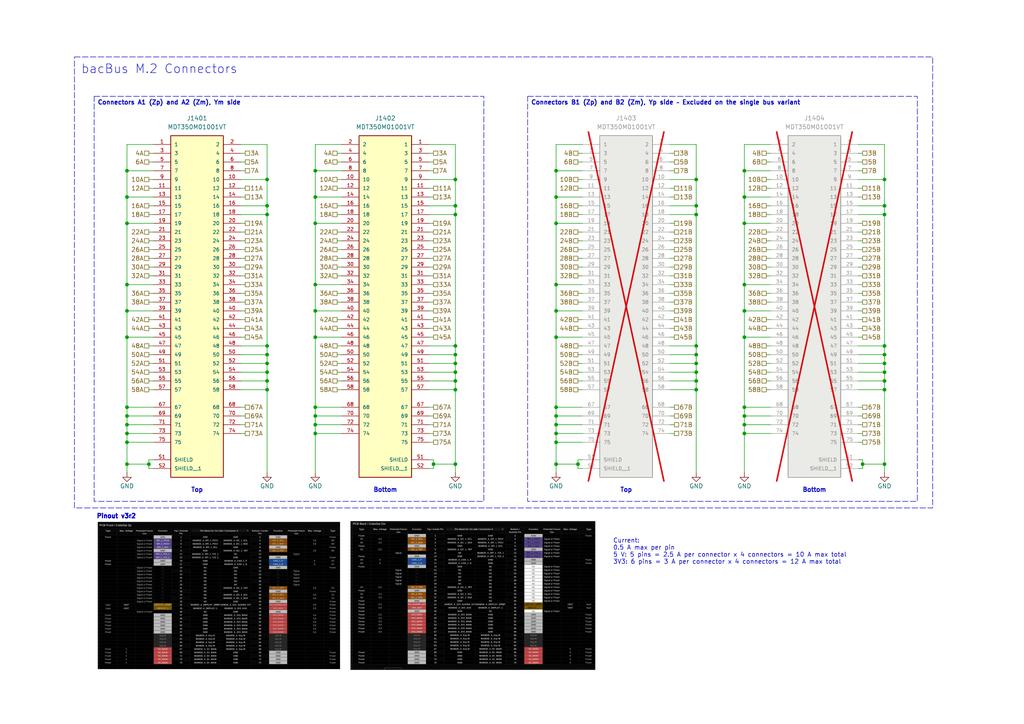
<source format=kicad_sch>
(kicad_sch (version 20231120) (generator "eeschema") (generator_version "8.0")
  (paper "A4")
  (title_block (title "bac MCU MicroMod Main Board Dual Function Single bacBus v1") (date "2025-02-12") (rev "1") (company "Build a CubeSat") (comment 1 "Manuel Imboden") (comment 2 "CC BY-SA 4.0") (comment 3 "https://buildacubesat.space"))
  (lib_symbols
    (symbol "bac EPS v1:AMP MDT350M01001VT" (pin_names (offset 1.016))
      (property "Reference" "J" (at -7.62 49.53 0))
      (property "Value" "AMP MDT350M01001VT" (at -11.176 -53.594 0))
      (symbol "AMP MDT350M01001VT_0_0"
        (rectangle (start -7.62 48.26) (end 7.62 -50.8) (stroke (width 0.254)) (fill (type background)))
        (pin passive line (at -12.7 45.72 0) (length 5.08) (name "1") (number "1"))
        (pin passive line (at 12.7 35.56 180) (length 5.08) (name "10") (number "10"))
        (pin passive line (at -12.7 33.02 0) (length 5.08) (name "11") (number "11"))
        (pin passive line (at 12.7 33.02 180) (length 5.08) (name "12") (number "12"))
        (pin passive line (at -12.7 30.48 0) (length 5.08) (name "13") (number "13"))
        (pin passive line (at 12.7 30.48 180) (length 5.08) (name "14") (number "14"))
        (pin passive line (at -12.7 27.94 0) (length 5.08) (name "15") (number "15"))
        (pin passive line (at 12.7 27.94 180) (length 5.08) (name "16") (number "16"))
        (pin passive line (at -12.7 25.4 0) (length 5.08) (name "17") (number "17"))
        (pin passive line (at 12.7 25.4 180) (length 5.08) (name "18") (number "18"))
        (pin passive line (at -12.7 22.86 0) (length 5.08) (name "19") (number "19"))
        (pin passive line (at 12.7 45.72 180) (length 5.08) (name "2") (number "2"))
        (pin passive line (at 12.7 22.86 180) (length 5.08) (name "20") (number "20"))
        (pin passive line (at -12.7 20.32 0) (length 5.08) (name "21") (number "21"))
        (pin passive line (at 12.7 20.32 180) (length 5.08) (name "22") (number "22"))
        (pin passive line (at -12.7 17.78 0) (length 5.08) (name "23") (number "23"))
        (pin passive line (at 12.7 17.78 180) (length 5.08) (name "24") (number "24"))
        (pin passive line (at -12.7 15.24 0) (length 5.08) (name "25") (number "25"))
        (pin passive line (at 12.7 15.24 180) (length 5.08) (name "26") (number "26"))
        (pin passive line (at -12.7 12.7 0) (length 5.08) (name "27") (number "27"))
        (pin passive line (at 12.7 12.7 180) (length 5.08) (name "28") (number "28"))
        (pin passive line (at -12.7 10.16 0) (length 5.08) (name "29") (number "29"))
        (pin passive line (at -12.7 43.18 0) (length 5.08) (name "3") (number "3"))
        (pin passive line (at 12.7 10.16 180) (length 5.08) (name "30") (number "30"))
        (pin passive line (at -12.7 7.62 0) (length 5.08) (name "31") (number "31"))
        (pin passive line (at 12.7 7.62 180) (length 5.08) (name "32") (number "32"))
        (pin passive line (at -12.7 5.08 0) (length 5.08) (name "33") (number "33"))
        (pin passive line (at 12.7 5.08 180) (length 5.08) (name "34") (number "34"))
        (pin passive line (at -12.7 2.54 0) (length 5.08) (name "35") (number "35"))
        (pin passive line (at 12.7 2.54 180) (length 5.08) (name "36") (number "36"))
        (pin passive line (at -12.7 0 0) (length 5.08) (name "37") (number "37"))
        (pin passive line (at 12.7 0 180) (length 5.08) (name "38") (number "38"))
        (pin passive line (at -12.7 -2.54 0) (length 5.08) (name "39") (number "39"))
        (pin passive line (at 12.7 43.18 180) (length 5.08) (name "4") (number "4"))
        (pin passive line (at 12.7 -2.54 180) (length 5.08) (name "40") (number "40"))
        (pin passive line (at -12.7 -5.08 0) (length 5.08) (name "41") (number "41"))
        (pin passive line (at 12.7 -5.08 180) (length 5.08) (name "42") (number "42"))
        (pin passive line (at -12.7 -7.62 0) (length 5.08) (name "43") (number "43"))
        (pin passive line (at 12.7 -7.62 180) (length 5.08) (name "44") (number "44"))
        (pin passive line (at -12.7 -10.16 0) (length 5.08) (name "45") (number "45"))
        (pin passive line (at 12.7 -10.16 180) (length 5.08) (name "46") (number "46"))
        (pin passive line (at -12.7 -12.7 0) (length 5.08) (name "47") (number "47"))
        (pin passive line (at 12.7 -12.7 180) (length 5.08) (name "48") (number "48"))
        (pin passive line (at -12.7 -15.24 0) (length 5.08) (name "49") (number "49"))
        (pin passive line (at -12.7 40.64 0) (length 5.08) (name "5") (number "5"))
        (pin passive line (at 12.7 -15.24 180) (length 5.08) (name "50") (number "50"))
        (pin passive line (at -12.7 -17.78 0) (length 5.08) (name "51") (number "51"))
        (pin passive line (at 12.7 -17.78 180) (length 5.08) (name "52") (number "52"))
        (pin passive line (at -12.7 -20.32 0) (length 5.08) (name "53") (number "53"))
        (pin passive line (at 12.7 -20.32 180) (length 5.08) (name "54") (number "54"))
        (pin passive line (at -12.7 -22.86 0) (length 5.08) (name "55") (number "55"))
        (pin passive line (at 12.7 -22.86 180) (length 5.08) (name "56") (number "56"))
        (pin passive line (at -12.7 -25.4 0) (length 5.08) (name "57") (number "57"))
        (pin passive line (at 12.7 -25.4 180) (length 5.08) (name "58") (number "58"))
        (pin passive line (at 12.7 40.64 180) (length 5.08) (name "6") (number "6"))
        (pin passive line (at -12.7 -30.48 0) (length 5.08) (name "67") (number "67"))
        (pin passive line (at 12.7 -30.48 180) (length 5.08) (name "68") (number "68"))
        (pin passive line (at -12.7 -33.02 0) (length 5.08) (name "69") (number "69"))
        (pin passive line (at -12.7 38.1 0) (length 5.08) (name "7") (number "7"))
        (pin passive line (at 12.7 -33.02 180) (length 5.08) (name "70") (number "70"))
        (pin passive line (at -12.7 -35.56 0) (length 5.08) (name "71") (number "71"))
        (pin passive line (at 12.7 -35.56 180) (length 5.08) (name "72") (number "72"))
        (pin passive line (at -12.7 -38.1 0) (length 5.08) (name "73") (number "73"))
        (pin passive line (at 12.7 -38.1 180) (length 5.08) (name "74") (number "74"))
        (pin passive line (at -12.7 -40.64 0) (length 5.08) (name "75") (number "75"))
        (pin passive line (at 12.7 38.1 180) (length 5.08) (name "8") (number "8"))
        (pin passive line (at -12.7 35.56 0) (length 5.08) (name "9") (number "9"))
        (pin passive line (at -12.7 -45.72 0) (length 5.08) (name "SHIELD") (number "S1"))
        (pin passive line (at -12.7 -48.26 0) (length 5.08) (name "SHIELD__1") (number "S2"))
      )
    )
    (symbol "power:GND" (power) (pin_numbers hide) (pin_names (offset 0) hide)
      (property "Value" "GND" (at 0 -3.81 0))
      (symbol "GND_0_1"
        (polyline (pts (xy 0 0) (xy 0 -1.27) (xy 1.27 -1.27) (xy 0 -2.54) (xy -1.27 -1.27) (xy 0 -1.27)))
      )
      (symbol "GND_1_1"
        (pin power_in line (at 0 0 270) (length 0) (name "~") (number "1"))
      )
    )
  )
  (junction (at 132.08 110.49))
  (junction (at 215.9 123.19))
  (junction (at 215.9 49.53))
  (junction (at 201.93 102.87))
  (junction (at 36.83 97.79))
  (junction (at 250.19 134.62))
  (junction (at 132.08 59.69))
  (junction (at 77.47 113.03))
  (junction (at 77.47 107.95))
  (junction (at 201.93 107.95))
  (junction (at 77.47 102.87))
  (junction (at 215.9 120.65))
  (junction (at 256.54 59.69))
  (junction (at 132.08 107.95))
  (junction (at 77.47 59.69))
  (junction (at 36.83 118.11))
  (junction (at 36.83 125.73))
  (junction (at 91.44 82.55))
  (junction (at 91.44 120.65))
  (junction (at 256.54 105.41))
  (junction (at 256.54 107.95))
  (junction (at 161.29 49.53))
  (junction (at 201.93 113.03))
  (junction (at 36.83 123.19))
  (junction (at 91.44 97.79))
  (junction (at 161.29 97.79))
  (junction (at 91.44 90.17))
  (junction (at 91.44 125.73))
  (junction (at 201.93 100.33))
  (junction (at 36.83 90.17))
  (junction (at 36.83 82.55))
  (junction (at 215.9 118.11))
  (junction (at 256.54 113.03))
  (junction (at 161.29 118.11))
  (junction (at 256.54 62.23))
  (junction (at 215.9 90.17))
  (junction (at 91.44 49.53))
  (junction (at 132.08 134.62))
  (junction (at 256.54 110.49))
  (junction (at 256.54 52.07))
  (junction (at 256.54 100.33))
  (junction (at 161.29 64.77))
  (junction (at 215.9 125.73))
  (junction (at 91.44 118.11))
  (junction (at 132.08 113.03))
  (junction (at 161.29 57.15))
  (junction (at 132.08 62.23))
  (junction (at 77.47 110.49))
  (junction (at 125.73 134.62))
  (junction (at 201.93 110.49))
  (junction (at 77.47 62.23))
  (junction (at 201.93 59.69))
  (junction (at 91.44 57.15))
  (junction (at 201.93 62.23))
  (junction (at 36.83 134.62))
  (junction (at 36.83 64.77))
  (junction (at 43.18 134.62))
  (junction (at 215.9 82.55))
  (junction (at 132.08 102.87))
  (junction (at 215.9 64.77))
  (junction (at 77.47 100.33))
  (junction (at 36.83 120.65))
  (junction (at 77.47 105.41))
  (junction (at 132.08 52.07))
  (junction (at 36.83 128.27))
  (junction (at 201.93 105.41))
  (junction (at 132.08 105.41))
  (junction (at 161.29 90.17))
  (junction (at 256.54 134.62))
  (junction (at 201.93 52.07))
  (junction (at 91.44 123.19))
  (junction (at 161.29 123.19))
  (junction (at 36.83 57.15))
  (junction (at 77.47 52.07))
  (junction (at 161.29 82.55))
  (junction (at 161.29 125.73))
  (junction (at 161.29 120.65))
  (junction (at 215.9 97.79))
  (junction (at 161.29 134.62))
  (junction (at 167.64 134.62))
  (junction (at 132.08 100.33))
  (junction (at 256.54 102.87))
  (junction (at 91.44 64.77))
  (junction (at 215.9 57.15))
  (junction (at 36.83 49.53))
  (junction (at 161.29 128.27))
  (wire (pts (xy 91.44 57.15) (xy 91.44 49.53)))
  (wire (pts (xy 167.64 72.39) (xy 168.91 72.39)))
  (wire (pts (xy 167.64 59.69) (xy 168.91 59.69)))
  (wire (pts (xy 125.73 44.45) (xy 124.46 44.45)))
  (wire (pts (xy 250.19 80.01) (xy 248.92 80.01)))
  (wire (pts (xy 161.29 90.17) (xy 161.29 97.79)))
  (wire (pts (xy 250.19 49.53) (xy 248.92 49.53)))
  (wire (pts (xy 167.64 113.03) (xy 168.91 113.03)))
  (wire (pts (xy 43.18 87.63) (xy 44.45 87.63)))
  (wire (pts (xy 222.25 77.47) (xy 223.52 77.47)))
  (wire (pts (xy 222.25 69.85) (xy 223.52 69.85)))
  (wire (pts (xy 43.18 69.85) (xy 44.45 69.85)))
  (wire (pts (xy 256.54 52.07) (xy 256.54 59.69)))
  (wire (pts (xy 97.79 113.03) (xy 99.06 113.03)))
  (wire (pts (xy 132.08 41.91) (xy 132.08 52.07)))
  (wire (pts (xy 125.73 120.65) (xy 124.46 120.65)))
  (wire (pts (xy 132.08 113.03) (xy 124.46 113.03)))
  (wire (pts (xy 215.9 57.15) (xy 215.9 49.53)))
  (wire (pts (xy 125.73 82.55) (xy 124.46 82.55)))
  (wire (pts (xy 71.12 97.79) (xy 69.85 97.79)))
  (wire (pts (xy 132.08 102.87) (xy 132.08 105.41)))
  (wire (pts (xy 91.44 137.16) (xy 91.44 125.73)))
  (wire (pts (xy 167.64 46.99) (xy 168.91 46.99)))
  (wire (pts (xy 167.64 85.09) (xy 168.91 85.09)))
  (wire (pts (xy 223.52 41.91) (xy 215.9 41.91)))
  (wire (pts (xy 91.44 123.19) (xy 99.06 123.19)))
  (wire (pts (xy 43.18 100.33) (xy 44.45 100.33)))
  (wire (pts (xy 250.19 97.79) (xy 248.92 97.79)))
  (wire (pts (xy 195.58 44.45) (xy 194.31 44.45)))
  (wire (pts (xy 97.79 44.45) (xy 99.06 44.45)))
  (wire (pts (xy 125.73 80.01) (xy 124.46 80.01)))
  (wire (pts (xy 215.9 125.73) (xy 223.52 125.73)))
  (wire (pts (xy 97.79 46.99) (xy 99.06 46.99)))
  (wire (pts (xy 201.93 113.03) (xy 201.93 137.16)))
  (wire (pts (xy 215.9 41.91) (xy 215.9 49.53)))
  (wire (pts (xy 43.18 44.45) (xy 44.45 44.45)))
  (wire (pts (xy 256.54 62.23) (xy 248.92 62.23)))
  (wire (pts (xy 71.12 69.85) (xy 69.85 69.85)))
  (wire (pts (xy 167.64 62.23) (xy 168.91 62.23)))
  (wire (pts (xy 71.12 92.71) (xy 69.85 92.71)))
  (wire (pts (xy 71.12 80.01) (xy 69.85 80.01)))
  (wire (pts (xy 97.79 52.07) (xy 99.06 52.07)))
  (wire (pts (xy 132.08 134.62) (xy 132.08 137.16)))
  (wire (pts (xy 201.93 110.49) (xy 201.93 113.03)))
  (wire (pts (xy 43.18 80.01) (xy 44.45 80.01)))
  (wire (pts (xy 91.44 118.11) (xy 99.06 118.11)))
  (wire (pts (xy 132.08 52.07) (xy 132.08 59.69)))
  (wire (pts (xy 71.12 74.93) (xy 69.85 74.93)))
  (wire (pts (xy 71.12 118.11) (xy 69.85 118.11)))
  (wire (pts (xy 91.44 118.11) (xy 91.44 97.79)))
  (wire (pts (xy 43.18 77.47) (xy 44.45 77.47)))
  (wire (pts (xy 167.64 133.35) (xy 167.64 134.62)))
  (wire (pts (xy 132.08 62.23) (xy 132.08 100.33)))
  (wire (pts (xy 91.44 97.79) (xy 99.06 97.79)))
  (wire (pts (xy 256.54 113.03) (xy 248.92 113.03)))
  (wire (pts (xy 215.9 125.73) (xy 215.9 123.19)))
  (wire (pts (xy 125.73 67.31) (xy 124.46 67.31)))
  (wire (pts (xy 36.83 57.15) (xy 36.83 49.53)))
  (wire (pts (xy 215.9 82.55) (xy 215.9 90.17)))
  (wire (pts (xy 201.93 105.41) (xy 201.93 107.95)))
  (wire (pts (xy 77.47 105.41) (xy 77.47 107.95)))
  (wire (pts (xy 168.91 41.91) (xy 161.29 41.91)))
  (wire (pts (xy 36.83 64.77) (xy 36.83 82.55)))
  (wire (pts (xy 125.73 72.39) (xy 124.46 72.39)))
  (wire (pts (xy 36.83 125.73) (xy 44.45 125.73)))
  (wire (pts (xy 201.93 62.23) (xy 201.93 100.33)))
  (wire (pts (xy 71.12 120.65) (xy 69.85 120.65)))
  (wire (pts (xy 201.93 62.23) (xy 194.31 62.23)))
  (wire (pts (xy 161.29 49.53) (xy 161.29 41.91)))
  (wire (pts (xy 256.54 100.33) (xy 256.54 102.87)))
  (wire (pts (xy 132.08 110.49) (xy 132.08 113.03)))
  (wire (pts (xy 77.47 41.91) (xy 77.47 52.07)))
  (wire (pts (xy 97.79 85.09) (xy 99.06 85.09)))
  (wire (pts (xy 201.93 107.95) (xy 201.93 110.49)))
  (wire (pts (xy 43.18 62.23) (xy 44.45 62.23)))
  (wire (pts (xy 167.64 107.95) (xy 168.91 107.95)))
  (wire (pts (xy 132.08 41.91) (xy 124.46 41.91)))
  (wire (pts (xy 77.47 110.49) (xy 77.47 113.03)))
  (wire (pts (xy 250.19 67.31) (xy 248.92 67.31)))
  (wire (pts (xy 71.12 125.73) (xy 69.85 125.73)))
  (wire (pts (xy 71.12 85.09) (xy 69.85 85.09)))
  (wire (pts (xy 195.58 69.85) (xy 194.31 69.85)))
  (wire (pts (xy 36.83 82.55) (xy 36.83 90.17)))
  (wire (pts (xy 97.79 69.85) (xy 99.06 69.85)))
  (wire (pts (xy 97.79 105.41) (xy 99.06 105.41)))
  (wire (pts (xy 195.58 49.53) (xy 194.31 49.53)))
  (wire (pts (xy 125.73 133.35) (xy 125.73 134.62)))
  (wire (pts (xy 167.64 102.87) (xy 168.91 102.87)))
  (wire (pts (xy 195.58 46.99) (xy 194.31 46.99)))
  (wire (pts (xy 43.18 59.69) (xy 44.45 59.69)))
  (wire (pts (xy 91.44 90.17) (xy 99.06 90.17)))
  (wire (pts (xy 97.79 77.47) (xy 99.06 77.47)))
  (wire (pts (xy 71.12 82.55) (xy 69.85 82.55)))
  (wire (pts (xy 125.73 128.27) (xy 124.46 128.27)))
  (wire (pts (xy 97.79 95.25) (xy 99.06 95.25)))
  (wire (pts (xy 222.25 105.41) (xy 223.52 105.41)))
  (wire (pts (xy 201.93 102.87) (xy 201.93 105.41)))
  (wire (pts (xy 77.47 102.87) (xy 69.85 102.87)))
  (wire (pts (xy 77.47 100.33) (xy 69.85 100.33)))
  (wire (pts (xy 256.54 107.95) (xy 248.92 107.95)))
  (wire (pts (xy 167.64 69.85) (xy 168.91 69.85)))
  (wire (pts (xy 256.54 134.62) (xy 256.54 137.16)))
  (wire (pts (xy 36.83 90.17) (xy 36.83 97.79)))
  (wire (pts (xy 132.08 107.95) (xy 124.46 107.95)))
  (wire (pts (xy 167.64 92.71) (xy 168.91 92.71)))
  (wire (pts (xy 125.73 123.19) (xy 124.46 123.19)))
  (wire (pts (xy 195.58 92.71) (xy 194.31 92.71)))
  (wire (pts (xy 43.18 46.99) (xy 44.45 46.99)))
  (wire (pts (xy 250.19 133.35) (xy 250.19 134.62)))
  (wire (pts (xy 161.29 128.27) (xy 168.91 128.27)))
  (wire (pts (xy 77.47 113.03) (xy 77.47 137.16)))
  (wire (pts (xy 36.83 97.79) (xy 36.83 118.11)))
  (wire (pts (xy 125.73 77.47) (xy 124.46 77.47)))
  (wire (pts (xy 43.18 113.03) (xy 44.45 113.03)))
  (wire (pts (xy 36.83 118.11) (xy 36.83 120.65)))
  (wire (pts (xy 97.79 100.33) (xy 99.06 100.33)))
  (wire (pts (xy 256.54 62.23) (xy 256.54 100.33)))
  (wire (pts (xy 161.29 97.79) (xy 168.91 97.79)))
  (wire (pts (xy 215.9 49.53) (xy 223.52 49.53)))
  (wire (pts (xy 195.58 74.93) (xy 194.31 74.93)))
  (wire (pts (xy 250.19 134.62) (xy 250.19 135.89)))
  (wire (pts (xy 256.54 110.49) (xy 248.92 110.49)))
  (wire (pts (xy 201.93 41.91) (xy 194.31 41.91)))
  (wire (pts (xy 256.54 41.91) (xy 256.54 52.07)))
  (wire (pts (xy 222.25 52.07) (xy 223.52 52.07)))
  (wire (pts (xy 97.79 110.49) (xy 99.06 110.49)))
  (wire (pts (xy 77.47 107.95) (xy 69.85 107.95)))
  (wire (pts (xy 222.25 87.63) (xy 223.52 87.63)))
  (wire (pts (xy 36.83 137.16) (xy 36.83 134.62)))
  (wire (pts (xy 167.64 105.41) (xy 168.91 105.41)))
  (wire (pts (xy 215.9 97.79) (xy 223.52 97.79)))
  (wire (pts (xy 132.08 110.49) (xy 124.46 110.49)))
  (wire (pts (xy 43.18 72.39) (xy 44.45 72.39)))
  (wire (pts (xy 161.29 57.15) (xy 168.91 57.15)))
  (wire (pts (xy 161.29 118.11) (xy 161.29 97.79)))
  (wire (pts (xy 97.79 87.63) (xy 99.06 87.63)))
  (wire (pts (xy 222.25 107.95) (xy 223.52 107.95)))
  (wire (pts (xy 222.25 92.71) (xy 223.52 92.71)))
  (wire (pts (xy 125.73 74.93) (xy 124.46 74.93)))
  (wire (pts (xy 91.44 57.15) (xy 99.06 57.15)))
  (wire (pts (xy 43.18 92.71) (xy 44.45 92.71)))
  (wire (pts (xy 256.54 107.95) (xy 256.54 110.49)))
  (wire (pts (xy 250.19 133.35) (xy 248.92 133.35)))
  (wire (pts (xy 215.9 123.19) (xy 215.9 120.65)))
  (wire (pts (xy 222.25 100.33) (xy 223.52 100.33)))
  (wire (pts (xy 250.19 64.77) (xy 248.92 64.77)))
  (wire (pts (xy 195.58 97.79) (xy 194.31 97.79)))
  (wire (pts (xy 250.19 90.17) (xy 248.92 90.17)))
  (wire (pts (xy 167.64 100.33) (xy 168.91 100.33)))
  (wire (pts (xy 97.79 80.01) (xy 99.06 80.01)))
  (wire (pts (xy 125.73 85.09) (xy 124.46 85.09)))
  (wire (pts (xy 71.12 87.63) (xy 69.85 87.63)))
  (wire (pts (xy 195.58 123.19) (xy 194.31 123.19)))
  (wire (pts (xy 71.12 57.15) (xy 69.85 57.15)))
  (wire (pts (xy 161.29 82.55) (xy 161.29 64.77)))
  (wire (pts (xy 167.64 74.93) (xy 168.91 74.93)))
  (wire (pts (xy 201.93 41.91) (xy 201.93 52.07)))
  (wire (pts (xy 71.12 95.25) (xy 69.85 95.25)))
  (wire (pts (xy 250.19 135.89) (xy 248.92 135.89)))
  (wire (pts (xy 77.47 102.87) (xy 77.47 105.41)))
  (wire (pts (xy 215.9 64.77) (xy 215.9 82.55)))
  (wire (pts (xy 161.29 123.19) (xy 161.29 120.65)))
  (wire (pts (xy 36.83 128.27) (xy 36.83 125.73)))
  (wire (pts (xy 91.44 82.55) (xy 91.44 64.77)))
  (wire (pts (xy 256.54 59.69) (xy 256.54 62.23)))
  (wire (pts (xy 195.58 67.31) (xy 194.31 67.31)))
  (wire (pts (xy 43.18 135.89) (xy 44.45 135.89)))
  (wire (pts (xy 161.29 134.62) (xy 161.29 128.27)))
  (wire (pts (xy 97.79 72.39) (xy 99.06 72.39)))
  (wire (pts (xy 161.29 134.62) (xy 167.64 134.62)))
  (wire (pts (xy 77.47 52.07) (xy 77.47 59.69)))
  (wire (pts (xy 195.58 120.65) (xy 194.31 120.65)))
  (wire (pts (xy 167.64 77.47) (xy 168.91 77.47)))
  (wire (pts (xy 71.12 54.61) (xy 69.85 54.61)))
  (wire (pts (xy 77.47 113.03) (xy 69.85 113.03)))
  (wire (pts (xy 124.46 118.11) (xy 125.73 118.11)))
  (wire (pts (xy 36.83 128.27) (xy 44.45 128.27)))
  (wire (pts (xy 77.47 107.95) (xy 77.47 110.49)))
  (wire (pts (xy 195.58 57.15) (xy 194.31 57.15)))
  (wire (pts (xy 195.58 90.17) (xy 194.31 90.17)))
  (wire (pts (xy 43.18 54.61) (xy 44.45 54.61)))
  (wire (pts (xy 161.29 120.65) (xy 168.91 120.65)))
  (wire (pts (xy 195.58 54.61) (xy 194.31 54.61)))
  (wire (pts (xy 195.58 95.25) (xy 194.31 95.25)))
  (wire (pts (xy 161.29 118.11) (xy 168.91 118.11)))
  (wire (pts (xy 43.18 105.41) (xy 44.45 105.41)))
  (wire (pts (xy 256.54 105.41) (xy 248.92 105.41)))
  (wire (pts (xy 161.29 128.27) (xy 161.29 125.73)))
  (wire (pts (xy 215.9 120.65) (xy 223.52 120.65)))
  (wire (pts (xy 161.29 64.77) (xy 168.91 64.77)))
  (wire (pts (xy 125.73 95.25) (xy 124.46 95.25)))
  (wire (pts (xy 77.47 59.69) (xy 77.47 62.23)))
  (wire (pts (xy 167.64 52.07) (xy 168.91 52.07)))
  (wire (pts (xy 161.29 125.73) (xy 161.29 123.19)))
  (wire (pts (xy 91.44 49.53) (xy 99.06 49.53)))
  (wire (pts (xy 222.25 72.39) (xy 223.52 72.39)))
  (wire (pts (xy 132.08 100.33) (xy 132.08 102.87)))
  (wire (pts (xy 71.12 44.45) (xy 69.85 44.45)))
  (wire (pts (xy 250.19 44.45) (xy 248.92 44.45)))
  (wire (pts (xy 250.19 57.15) (xy 248.92 57.15)))
  (wire (pts (xy 167.64 87.63) (xy 168.91 87.63)))
  (wire (pts (xy 43.18 74.93) (xy 44.45 74.93)))
  (wire (pts (xy 161.29 90.17) (xy 168.91 90.17)))
  (wire (pts (xy 132.08 107.95) (xy 132.08 110.49)))
  (wire (pts (xy 195.58 125.73) (xy 194.31 125.73)))
  (wire (pts (xy 125.73 57.15) (xy 124.46 57.15)))
  (wire (pts (xy 167.64 135.89) (xy 168.91 135.89)))
  (wire (pts (xy 97.79 62.23) (xy 99.06 62.23)))
  (wire (pts (xy 161.29 118.11) (xy 161.29 120.65)))
  (wire (pts (xy 43.18 133.35) (xy 43.18 134.62)))
  (wire (pts (xy 36.83 90.17) (xy 44.45 90.17)))
  (wire (pts (xy 167.64 133.35) (xy 168.91 133.35)))
  (wire (pts (xy 250.19 123.19) (xy 248.92 123.19)))
  (wire (pts (xy 71.12 49.53) (xy 69.85 49.53)))
  (wire (pts (xy 222.25 74.93) (xy 223.52 74.93)))
  (wire (pts (xy 43.18 85.09) (xy 44.45 85.09)))
  (wire (pts (xy 195.58 72.39) (xy 194.31 72.39)))
  (wire (pts (xy 97.79 59.69) (xy 99.06 59.69)))
  (wire (pts (xy 125.73 134.62) (xy 125.73 135.89)))
  (wire (pts (xy 201.93 59.69) (xy 201.93 62.23)))
  (wire (pts (xy 194.31 52.07) (xy 201.93 52.07)))
  (wire (pts (xy 161.29 82.55) (xy 161.29 90.17)))
  (wire (pts (xy 215.9 97.79) (xy 215.9 118.11)))
  (wire (pts (xy 215.9 90.17) (xy 215.9 97.79)))
  (wire (pts (xy 43.18 133.35) (xy 44.45 133.35)))
  (wire (pts (xy 69.85 52.07) (xy 77.47 52.07)))
  (wire (pts (xy 132.08 102.87) (xy 124.46 102.87)))
  (wire (pts (xy 215.9 137.16) (xy 215.9 125.73)))
  (wire (pts (xy 201.93 100.33) (xy 194.31 100.33)))
  (wire (pts (xy 201.93 59.69) (xy 194.31 59.69)))
  (wire (pts (xy 125.73 87.63) (xy 124.46 87.63)))
  (wire (pts (xy 215.9 118.11) (xy 215.9 120.65)))
  (wire (pts (xy 195.58 64.77) (xy 194.31 64.77)))
  (wire (pts (xy 195.58 85.09) (xy 194.31 85.09)))
  (wire (pts (xy 201.93 113.03) (xy 194.31 113.03)))
  (wire (pts (xy 256.54 113.03) (xy 256.54 134.62)))
  (wire (pts (xy 91.44 64.77) (xy 91.44 57.15)))
  (wire (pts (xy 248.92 52.07) (xy 256.54 52.07)))
  (wire (pts (xy 222.25 46.99) (xy 223.52 46.99)))
  (wire (pts (xy 132.08 105.41) (xy 124.46 105.41)))
  (wire (pts (xy 36.83 134.62) (xy 43.18 134.62)))
  (wire (pts (xy 256.54 100.33) (xy 248.92 100.33)))
  (wire (pts (xy 222.25 102.87) (xy 223.52 102.87)))
  (wire (pts (xy 97.79 54.61) (xy 99.06 54.61)))
  (wire (pts (xy 36.83 57.15) (xy 36.83 64.77)))
  (wire (pts (xy 97.79 67.31) (xy 99.06 67.31)))
  (wire (pts (xy 125.73 64.77) (xy 124.46 64.77)))
  (wire (pts (xy 91.44 82.55) (xy 99.06 82.55)))
  (wire (pts (xy 250.19 69.85) (xy 248.92 69.85)))
  (wire (pts (xy 77.47 110.49) (xy 69.85 110.49)))
  (wire (pts (xy 167.64 44.45) (xy 168.91 44.45)))
  (wire (pts (xy 71.12 72.39) (xy 69.85 72.39)))
  (wire (pts (xy 195.58 87.63) (xy 194.31 87.63)))
  (wire (pts (xy 91.44 90.17) (xy 91.44 82.55)))
  (wire (pts (xy 250.19 46.99) (xy 248.92 46.99)))
  (wire (pts (xy 125.73 54.61) (xy 124.46 54.61)))
  (wire (pts (xy 43.18 107.95) (xy 44.45 107.95)))
  (wire (pts (xy 132.08 59.69) (xy 124.46 59.69)))
  (wire (pts (xy 167.64 134.62) (xy 167.64 135.89)))
  (wire (pts (xy 250.19 128.27) (xy 248.92 128.27)))
  (wire (pts (xy 71.12 77.47) (xy 69.85 77.47)))
  (wire (pts (xy 250.19 72.39) (xy 248.92 72.39)))
  (wire (pts (xy 215.9 118.11) (xy 223.52 118.11)))
  (wire (pts (xy 250.19 125.73) (xy 248.92 125.73)))
  (wire (pts (xy 43.18 110.49) (xy 44.45 110.49)))
  (wire (pts (xy 71.12 90.17) (xy 69.85 90.17)))
  (wire (pts (xy 125.73 49.53) (xy 124.46 49.53)))
  (wire (pts (xy 201.93 105.41) (xy 194.31 105.41)))
  (wire (pts (xy 125.73 125.73) (xy 124.46 125.73)))
  (wire (pts (xy 77.47 41.91) (xy 69.85 41.91)))
  (wire (pts (xy 132.08 113.03) (xy 132.08 134.62)))
  (wire (pts (xy 250.19 82.55) (xy 248.92 82.55)))
  (wire (pts (xy 91.44 123.19) (xy 91.44 120.65)))
  (wire (pts (xy 132.08 62.23) (xy 124.46 62.23)))
  (wire (pts (xy 250.19 74.93) (xy 248.92 74.93)))
  (wire (pts (xy 222.25 85.09) (xy 223.52 85.09)))
  (wire (pts (xy 222.25 80.01) (xy 223.52 80.01)))
  (wire (pts (xy 167.64 54.61) (xy 168.91 54.61)))
  (wire (pts (xy 256.54 105.41) (xy 256.54 107.95)))
  (wire (pts (xy 161.29 57.15) (xy 161.29 64.77)))
  (wire (pts (xy 167.64 80.01) (xy 168.91 80.01)))
  (wire (pts (xy 44.45 41.91) (xy 36.83 41.91)))
  (wire (pts (xy 36.83 120.65) (xy 44.45 120.65)))
  (wire (pts (xy 43.18 67.31) (xy 44.45 67.31)))
  (wire (pts (xy 161.29 82.55) (xy 168.91 82.55)))
  (wire (pts (xy 125.73 97.79) (xy 124.46 97.79)))
  (wire (pts (xy 222.25 62.23) (xy 223.52 62.23)))
  (wire (pts (xy 36.83 49.53) (xy 44.45 49.53)))
  (wire (pts (xy 97.79 74.93) (xy 99.06 74.93)))
  (wire (pts (xy 91.44 125.73) (xy 99.06 125.73)))
  (wire (pts (xy 36.83 120.65) (xy 36.83 123.19)))
  (wire (pts (xy 125.73 133.35) (xy 124.46 133.35)))
  (wire (pts (xy 132.08 100.33) (xy 124.46 100.33)))
  (wire (pts (xy 132.08 105.41) (xy 132.08 107.95)))
  (wire (pts (xy 36.83 64.77) (xy 44.45 64.77)))
  (wire (pts (xy 161.29 137.16) (xy 161.29 134.62)))
  (wire (pts (xy 36.83 57.15) (xy 44.45 57.15)))
  (wire (pts (xy 77.47 59.69) (xy 69.85 59.69)))
  (wire (pts (xy 201.93 102.87) (xy 194.31 102.87)))
  (wire (pts (xy 201.93 110.49) (xy 194.31 110.49)))
  (wire (pts (xy 222.25 95.25) (xy 223.52 95.25)))
  (wire (pts (xy 215.9 57.15) (xy 215.9 64.77)))
  (wire (pts (xy 77.47 62.23) (xy 69.85 62.23)))
  (wire (pts (xy 97.79 102.87) (xy 99.06 102.87)))
  (wire (pts (xy 124.46 52.07) (xy 132.08 52.07)))
  (wire (pts (xy 36.83 41.91) (xy 36.83 49.53)))
  (wire (pts (xy 167.64 110.49) (xy 168.91 110.49)))
  (wire (pts (xy 250.19 92.71) (xy 248.92 92.71)))
  (wire (pts (xy 222.25 44.45) (xy 223.52 44.45)))
  (wire (pts (xy 215.9 57.15) (xy 223.52 57.15)))
  (wire (pts (xy 195.58 80.01) (xy 194.31 80.01)))
  (wire (pts (xy 91.44 123.19) (xy 91.44 125.73)))
  (wire (pts (xy 91.44 41.91) (xy 91.44 49.53)))
  (wire (pts (xy 97.79 107.95) (xy 99.06 107.95)))
  (wire (pts (xy 36.83 125.73) (xy 36.83 123.19)))
  (wire (pts (xy 167.64 95.25) (xy 168.91 95.25)))
  (wire (pts (xy 125.73 135.89) (xy 124.46 135.89)))
  (wire (pts (xy 161.29 49.53) (xy 161.29 57.15)))
  (wire (pts (xy 201.93 52.07) (xy 201.93 59.69)))
  (wire (pts (xy 91.44 120.65) (xy 99.06 120.65)))
  (wire (pts (xy 250.19 95.25) (xy 248.92 95.25)))
  (wire (pts (xy 36.83 82.55) (xy 44.45 82.55)))
  (wire (pts (xy 91.44 64.77) (xy 99.06 64.77)))
  (wire (pts (xy 250.19 118.11) (xy 248.92 118.11)))
  (wire (pts (xy 250.19 77.47) (xy 248.92 77.47)))
  (wire (pts (xy 99.06 41.91) (xy 91.44 41.91)))
  (wire (pts (xy 125.73 46.99) (xy 124.46 46.99)))
  (wire (pts (xy 215.9 64.77) (xy 223.52 64.77)))
  (wire (pts (xy 161.29 125.73) (xy 168.91 125.73)))
  (wire (pts (xy 195.58 77.47) (xy 194.31 77.47)))
  (wire (pts (xy 43.18 102.87) (xy 44.45 102.87)))
  (wire (pts (xy 195.58 82.55) (xy 194.31 82.55)))
  (wire (pts (xy 36.83 118.11) (xy 44.45 118.11)))
  (wire (pts (xy 71.12 46.99) (xy 69.85 46.99)))
  (wire (pts (xy 222.25 59.69) (xy 223.52 59.69)))
  (wire (pts (xy 91.44 118.11) (xy 91.44 120.65)))
  (wire (pts (xy 161.29 123.19) (xy 168.91 123.19)))
  (wire (pts (xy 71.12 123.19) (xy 69.85 123.19)))
  (wire (pts (xy 43.18 134.62) (xy 43.18 135.89)))
  (wire (pts (xy 132.08 134.62) (xy 125.73 134.62)))
  (wire (pts (xy 77.47 105.41) (xy 69.85 105.41)))
  (wire (pts (xy 77.47 100.33) (xy 77.47 102.87)))
  (wire (pts (xy 125.73 90.17) (xy 124.46 90.17)))
  (wire (pts (xy 256.54 41.91) (xy 248.92 41.91)))
  (wire (pts (xy 201.93 100.33) (xy 201.93 102.87)))
  (wire (pts (xy 222.25 67.31) (xy 223.52 67.31)))
  (wire (pts (xy 195.58 118.11) (xy 194.31 118.11)))
  (wire (pts (xy 91.44 90.17) (xy 91.44 97.79)))
  (wire (pts (xy 215.9 123.19) (xy 223.52 123.19)))
  (wire (pts (xy 167.64 67.31) (xy 168.91 67.31)))
  (wire (pts (xy 256.54 110.49) (xy 256.54 113.03)))
  (wire (pts (xy 71.12 67.31) (xy 69.85 67.31)))
  (wire (pts (xy 125.73 69.85) (xy 124.46 69.85)))
  (wire (pts (xy 36.83 123.19) (xy 44.45 123.19)))
  (wire (pts (xy 215.9 82.55) (xy 223.52 82.55)))
  (wire (pts (xy 71.12 64.77) (xy 69.85 64.77)))
  (wire (pts (xy 250.19 87.63) (xy 248.92 87.63)))
  (wire (pts (xy 250.19 120.65) (xy 248.92 120.65)))
  (wire (pts (xy 201.93 107.95) (xy 194.31 107.95)))
  (wire (pts (xy 256.54 102.87) (xy 256.54 105.41)))
  (wire (pts (xy 222.25 110.49) (xy 223.52 110.49)))
  (wire (pts (xy 222.25 113.03) (xy 223.52 113.03)))
  (wire (pts (xy 125.73 92.71) (xy 124.46 92.71)))
  (wire (pts (xy 36.83 134.62) (xy 36.83 128.27)))
  (wire (pts (xy 132.08 59.69) (xy 132.08 62.23)))
  (wire (pts (xy 215.9 90.17) (xy 223.52 90.17)))
  (wire (pts (xy 256.54 59.69) (xy 248.92 59.69)))
  (wire (pts (xy 250.19 85.09) (xy 248.92 85.09)))
  (wire (pts (xy 77.47 62.23) (xy 77.47 100.33)))
  (wire (pts (xy 97.79 92.71) (xy 99.06 92.71)))
  (wire (pts (xy 250.19 54.61) (xy 248.92 54.61)))
  (wire (pts (xy 222.25 54.61) (xy 223.52 54.61)))
  (wire (pts (xy 256.54 134.62) (xy 250.19 134.62)))
  (wire (pts (xy 36.83 97.79) (xy 44.45 97.79)))
  (wire (pts (xy 43.18 52.07) (xy 44.45 52.07)))
  (wire (pts (xy 43.18 95.25) (xy 44.45 95.25)))
  (wire (pts (xy 161.29 49.53) (xy 168.91 49.53)))
  (wire (pts (xy 256.54 102.87) (xy 248.92 102.87)))
  (image (at 63.5 172.72) (scale 0.611963))
  (image (at 137.16 172.72) (scale 0.61836))
  (text_box "Connectors A1 (Zp) and A2 (Zm), Ym side" (at 27.305 27.94 0) (size 113.03 117.475) (stroke (width 0) (type dash)) (effects (font (size 1.27 1.27) (thickness 0.254) (bold yes)) (justify left top)))
  (text_box "Connectors B1 (Zp) and B2 (Zm), Yp side – Excluded on the single bus variant" (at 153.035 27.94 0) (size 113.03 117.475) (stroke (width 0) (type dash)) (effects (font (size 1.27 1.27) (thickness 0.254) (bold yes)) (justify left top)))
  (text_box "bacBus M.2 Connectors" (at 21.59 16.51 0) (size 248.92 130.81) (stroke (width 0) (type dash)) (effects (font (size 2.54 2.54)) (justify left top)))
  (text "Top" (at 181.61 142.24 0) (effects (font (size 1.27 1.27) (bold yes))))
  (text "Bottom" (at 236.22 142.24 0) (effects (font (size 1.27 1.27) (bold yes))))
  (text "Current:\n0.5 A max per pin\n5 V: 5 pins = 2.5 A per connector x 4 connectors = 10 A max total\n3V3: 6 pins = 3 A per connector x 4 connectors = 12 A max total" (at 177.8 160.02 0) (effects (font (size 1.27 1.27)) (justify left)))
  (text "Top" (at 57.15 142.24 0) (effects (font (size 1.27 1.27) (bold yes))))
  (text "Bottom" (at 111.76 142.24 0) (effects (font (size 1.27 1.27) (bold yes))))
  (text "Pinout v3r2" (at 27.94 149.86 0) (effects (font (size 1.27 1.27) (thickness 0.381) (bold yes)) (justify left)))
  (hierarchical_label "23A" (shape passive) (at 71.12 69.85 0))
  (hierarchical_label "18B" (shape passive) (at 222.25 62.23 180))
  (hierarchical_label "35A" (shape passive) (at 125.73 85.09 0))
  (hierarchical_label "71A" (shape passive) (at 125.73 123.19 0))
  (hierarchical_label "4A" (shape passive) (at 43.18 44.45 180))
  (hierarchical_label "42A" (shape passive) (at 97.79 92.71 180))
  (hierarchical_label "44A" (shape passive) (at 43.18 95.25 180))
  (hierarchical_label "52A" (shape passive) (at 43.18 105.41 180))
  (hierarchical_label "30B" (shape passive) (at 222.25 77.47 180))
  (hierarchical_label "5B" (shape passive) (at 195.58 46.99 0))
  (hierarchical_label "21A" (shape passive) (at 125.73 67.31 0))
  (hierarchical_label "13B" (shape passive) (at 195.58 57.15 0))
  (hierarchical_label "33A" (shape passive) (at 71.12 82.55 0))
  (hierarchical_label "42A" (shape passive) (at 43.18 92.71 180))
  (hierarchical_label "43A" (shape passive) (at 125.73 95.25 0))
  (hierarchical_label "6B" (shape passive) (at 167.64 46.99 180))
  (hierarchical_label "38B" (shape passive) (at 222.25 87.63 180))
  (hierarchical_label "10A" (shape passive) (at 97.79 52.07 180))
  (hierarchical_label "12B" (shape passive) (at 222.25 54.61 180))
  (hierarchical_label "30B" (shape passive) (at 167.64 77.47 180))
  (hierarchical_label "7A" (shape passive) (at 71.12 49.53 0))
  (hierarchical_label "71B" (shape passive) (at 250.19 123.19 0))
  (hierarchical_label "69A" (shape passive) (at 125.73 120.65 0))
  (hierarchical_label "71B" (shape passive) (at 195.58 123.19 0))
  (hierarchical_label "42B" (shape passive) (at 167.64 92.71 180))
  (hierarchical_label "67B" (shape passive) (at 250.19 118.11 0))
  (hierarchical_label "36B" (shape passive) (at 167.64 85.09 180))
  (hierarchical_label "44B" (shape passive) (at 167.64 95.25 180))
  (hierarchical_label "39B" (shape passive) (at 195.58 90.17 0))
  (hierarchical_label "32A" (shape passive) (at 43.18 80.01 180))
  (hierarchical_label "11B" (shape passive) (at 195.58 54.61 0))
  (hierarchical_label "73A" (shape passive) (at 125.73 125.73 0))
  (hierarchical_label "39B" (shape passive) (at 250.19 90.17 0))
  (hierarchical_label "3B" (shape passive) (at 195.58 44.45 0))
  (hierarchical_label "3A" (shape passive) (at 71.12 44.45 0))
  (hierarchical_label "37A" (shape passive) (at 71.12 87.63 0))
  (hierarchical_label "44B" (shape passive) (at 222.25 95.25 180))
  (hierarchical_label "4B" (shape passive) (at 167.64 44.45 180))
  (hierarchical_label "12A" (shape passive) (at 97.79 54.61 180))
  (hierarchical_label "67A" (shape passive) (at 71.12 118.11 0))
  (hierarchical_label "32A" (shape passive) (at 97.79 80.01 180))
  (hierarchical_label "36B" (shape passive) (at 222.25 85.09 180))
  (hierarchical_label "43B" (shape passive) (at 195.58 95.25 0))
  (hierarchical_label "39A" (shape passive) (at 125.73 90.17 0))
  (hierarchical_label "18B" (shape passive) (at 167.64 62.23 180))
  (hierarchical_label "27B" (shape passive) (at 250.19 74.93 0))
  (hierarchical_label "37B" (shape passive) (at 250.19 87.63 0))
  (hierarchical_label "37B" (shape passive) (at 195.58 87.63 0))
  (hierarchical_label "6A" (shape passive) (at 43.18 46.99 180))
  (hierarchical_label "45A" (shape passive) (at 71.12 97.79 0))
  (hierarchical_label "58A" (shape passive) (at 97.79 113.03 180))
  (hierarchical_label "58B" (shape passive) (at 167.64 113.03 180))
  (hierarchical_label "26B" (shape passive) (at 222.25 72.39 180))
  (hierarchical_label "19A" (shape passive) (at 71.12 64.77 0))
  (hierarchical_label "7A" (shape passive) (at 125.73 49.53 0))
  (hierarchical_label "23A" (shape passive) (at 125.73 69.85 0))
  (hierarchical_label "12B" (shape passive) (at 167.64 54.61 180))
  (hierarchical_label "31B" (shape passive) (at 195.58 80.01 0))
  (hierarchical_label "28B" (shape passive) (at 222.25 74.93 180))
  (hierarchical_label "71A" (shape passive) (at 71.12 123.19 0))
  (hierarchical_label "56B" (shape passive) (at 222.25 110.49 180))
  (hierarchical_label "25A" (shape passive) (at 71.12 72.39 0))
  (hierarchical_label "31B" (shape passive) (at 250.19 80.01 0))
  (hierarchical_label "24B" (shape passive) (at 167.64 69.85 180))
  (hierarchical_label "58B" (shape passive) (at 222.25 113.03 180))
  (hierarchical_label "23B" (shape passive) (at 195.58 69.85 0))
  (hierarchical_label "52B" (shape passive) (at 167.64 105.41 180))
  (hierarchical_label "22A" (shape passive) (at 43.18 67.31 180))
  (hierarchical_label "73B" (shape passive) (at 195.58 125.73 0))
  (hierarchical_label "26B" (shape passive) (at 167.64 72.39 180))
  (hierarchical_label "25B" (shape passive) (at 195.58 72.39 0))
  (hierarchical_label "16A" (shape passive) (at 43.18 59.69 180))
  (hierarchical_label "67A" (shape passive) (at 125.73 118.11 0))
  (hierarchical_label "45A" (shape passive) (at 125.73 97.79 0))
  (hierarchical_label "21B" (shape passive) (at 195.58 67.31 0))
  (hierarchical_label "18A" (shape passive) (at 97.79 62.23 180))
  (hierarchical_label "56B" (shape passive) (at 167.64 110.49 180))
  (hierarchical_label "50A" (shape passive) (at 97.79 102.87 180))
  (hierarchical_label "31A" (shape passive) (at 71.12 80.01 0))
  (hierarchical_label "21A" (shape passive) (at 71.12 67.31 0))
  (hierarchical_label "32B" (shape passive) (at 167.64 80.01 180))
  (hierarchical_label "41B" (shape passive) (at 195.58 92.71 0))
  (hierarchical_label "3A" (shape passive) (at 125.73 44.45 0))
  (hierarchical_label "50B" (shape passive) (at 222.25 102.87 180))
  (hierarchical_label "69A" (shape passive) (at 71.12 120.65 0))
  (hierarchical_label "4B" (shape passive) (at 222.25 44.45 180))
  (hierarchical_label "22A" (shape passive) (at 97.79 67.31 180))
  (hierarchical_label "32B" (shape passive) (at 222.25 80.01 180))
  (hierarchical_label "75B" (shape passive) (at 250.19 128.27 0))
  (hierarchical_label "6B" (shape passive) (at 222.25 46.99 180))
  (hierarchical_label "19B" (shape passive) (at 195.58 64.77 0))
  (hierarchical_label "43B" (shape passive) (at 250.19 95.25 0))
  (hierarchical_label "43A" (shape passive) (at 71.12 95.25 0))
  (hierarchical_label "18A" (shape passive) (at 43.18 62.23 180))
  (hierarchical_label "24A" (shape passive) (at 97.79 69.85 180))
  (hierarchical_label "28A" (shape passive) (at 97.79 74.93 180))
  (hierarchical_label "33B" (shape passive) (at 195.58 82.55 0))
  (hierarchical_label "29B" (shape passive) (at 250.19 77.47 0))
  (hierarchical_label "13A" (shape passive) (at 71.12 57.15 0))
  (hierarchical_label "7B" (shape passive) (at 195.58 49.53 0))
  (hierarchical_label "24B" (shape passive) (at 222.25 69.85 180))
  (hierarchical_label "54B" (shape passive) (at 222.25 107.95 180))
  (hierarchical_label "13B" (shape passive) (at 250.19 57.15 0))
  (hierarchical_label "35A" (shape passive) (at 71.12 85.09 0))
  (hierarchical_label "44A" (shape passive) (at 97.79 95.25 180))
  (hierarchical_label "10B" (shape passive) (at 222.25 52.07 180))
  (hierarchical_label "25A" (shape passive) (at 125.73 72.39 0))
  (hierarchical_label "50B" (shape passive) (at 167.64 102.87 180))
  (hierarchical_label "45B" (shape passive) (at 195.58 97.79 0))
  (hierarchical_label "56A" (shape passive) (at 43.18 110.49 180))
  (hierarchical_label "67B" (shape passive) (at 195.58 118.11 0))
  (hierarchical_label "73A" (shape passive) (at 71.12 125.73 0))
  (hierarchical_label "29A" (shape passive) (at 125.73 77.47 0))
  (hierarchical_label "35B" (shape passive) (at 250.19 85.09 0))
  (hierarchical_label "54B" (shape passive) (at 167.64 107.95 180))
  (hierarchical_label "38A" (shape passive) (at 43.18 87.63 180))
  (hierarchical_label "38A" (shape passive) (at 97.79 87.63 180))
  (hierarchical_label "36A" (shape passive) (at 43.18 85.09 180))
  (hierarchical_label "5A" (shape passive) (at 71.12 46.99 0))
  (hierarchical_label "48A" (shape passive) (at 97.79 100.33 180))
  (hierarchical_label "19B" (shape passive) (at 250.19 64.77 0))
  (hierarchical_label "41B" (shape passive) (at 250.19 92.71 0))
  (hierarchical_label "42B" (shape passive) (at 222.25 92.71 180))
  (hierarchical_label "58A" (shape passive) (at 43.18 113.03 180))
  (hierarchical_label "12A" (shape passive) (at 43.18 54.61 180))
  (hierarchical_label "38B" (shape passive) (at 167.64 87.63 180))
  (hierarchical_label "29B" (shape passive) (at 195.58 77.47 0))
  (hierarchical_label "54A" (shape passive) (at 43.18 107.95 180))
  (hierarchical_label "13A" (shape passive) (at 125.73 57.15 0))
  (hierarchical_label "23B" (shape passive) (at 250.19 69.85 0))
  (hierarchical_label "37A" (shape passive) (at 125.73 87.63 0))
  (hierarchical_label "27A" (shape passive) (at 125.73 74.93 0))
  (hierarchical_label "48B" (shape passive) (at 167.64 100.33 180))
  (hierarchical_label "52A" (shape passive) (at 97.79 105.41 180))
  (hierarchical_label "26A" (shape passive) (at 43.18 72.39 180))
  (hierarchical_label "10B" (shape passive) (at 167.64 52.07 180))
  (hierarchical_label "31A" (shape passive) (at 125.73 80.01 0))
  (hierarchical_label "48B" (shape passive) (at 222.25 100.33 180))
  (hierarchical_label "56A" (shape passive) (at 97.79 110.49 180))
  (hierarchical_label "29A" (shape passive) (at 71.12 77.47 0))
  (hierarchical_label "21B" (shape passive) (at 250.19 67.31 0))
  (hierarchical_label "7B" (shape passive) (at 250.19 49.53 0))
  (hierarchical_label "52B" (shape passive) (at 222.25 105.41 180))
  (hierarchical_label "30A" (shape passive) (at 97.79 77.47 180))
  (hierarchical_label "27A" (shape passive) (at 71.12 74.93 0))
  (hierarchical_label "28B" (shape passive) (at 167.64 74.93 180))
  (hierarchical_label "50A" (shape passive) (at 43.18 102.87 180))
  (hierarchical_label "28A" (shape passive) (at 43.18 74.93 180))
  (hierarchical_label "22B" (shape passive) (at 167.64 67.31 180))
  (hierarchical_label "5A" (shape passive) (at 125.73 46.99 0))
  (hierarchical_label "41A" (shape passive) (at 125.73 92.71 0))
  (hierarchical_label "33B" (shape passive) (at 250.19 82.55 0))
  (hierarchical_label "5B" (shape passive) (at 250.19 46.99 0))
  (hierarchical_label "22B" (shape passive) (at 222.25 67.31 180))
  (hierarchical_label "39A" (shape passive) (at 71.12 90.17 0))
  (hierarchical_label "19A" (shape passive) (at 125.73 64.77 0))
  (hierarchical_label "16B" (shape passive) (at 222.25 59.69 180))
  (hierarchical_label "11A" (shape passive) (at 71.12 54.61 0))
  (hierarchical_label "3B" (shape passive) (at 250.19 44.45 0))
  (hierarchical_label "27B" (shape passive) (at 195.58 74.93 0))
  (hierarchical_label "75A" (shape passive) (at 125.73 128.27 0))
  (hierarchical_label "11B" (shape passive) (at 250.19 54.61 0))
  (hierarchical_label "69B" (shape passive) (at 250.19 120.65 0))
  (hierarchical_label "25B" (shape passive) (at 250.19 72.39 0))
  (hierarchical_label "35B" (shape passive) (at 195.58 85.09 0))
  (hierarchical_label "4A" (shape passive) (at 97.79 44.45 180))
  (hierarchical_label "45B" (shape passive) (at 250.19 97.79 0))
  (hierarchical_label "48A" (shape passive) (at 43.18 100.33 180))
  (hierarchical_label "6A" (shape passive) (at 97.79 46.99 180))
  (hierarchical_label "16B" (shape passive) (at 167.64 59.69 180))
  (hierarchical_label "73B" (shape passive) (at 250.19 125.73 0))
  (hierarchical_label "36A" (shape passive) (at 97.79 85.09 180))
  (hierarchical_label "24A" (shape passive) (at 43.18 69.85 180))
  (hierarchical_label "10A" (shape passive) (at 43.18 52.07 180))
  (hierarchical_label "41A" (shape passive) (at 71.12 92.71 0))
  (hierarchical_label "69B" (shape passive) (at 195.58 120.65 0))
  (hierarchical_label "11A" (shape passive) (at 125.73 54.61 0))
  (hierarchical_label "26A" (shape passive) (at 97.79 72.39 180))
  (hierarchical_label "16A" (shape passive) (at 97.79 59.69 180))
  (hierarchical_label "54A" (shape passive) (at 97.79 107.95 180))
  (hierarchical_label "33A" (shape passive) (at 125.73 82.55 0))
  (hierarchical_label "30A" (shape passive) (at 43.18 77.47 180))
  (symbol (lib_id "bac EPS v1:AMP MDT350M01001VT") (at 57.15 87.63 0) (unit 1)
    (property "Reference" "J1401" (at 57.15 34.29 0))
    (property "Value" "MDT350M01001VT" (at 57.15 36.83 0))
    (property "Footprint" "bac EPS v1:AMP-MDT350M01001VT" (effects (hide yes)))
    (property "Datasheet" "https://cdn.amphenol-cs.com/media/wysiwyg/files/documentation/datasheet/ssio/ssio_pcie_m2.pdf" (effects (hide yes)))
    (property "Description" "CONN M.2 FMALE 67POS 0.020 GOLD" (effects (hide yes)))
    (property "Height" "5.75 mm" (effects (hide yes)))
    (property "Revision" "2" (effects (hide yes)))
  )
  (symbol (lib_id "power:GND") (at 36.83 137.16 0) (unit 1)
    (property "Reference" "#PWR01401" (effects (hide yes)))
    (property "Value" "GND" (at 36.83 140.97 0))
    (property "Description" "Power symbol creates a global label with name \"GND\" , ground" (effects (hide yes)))
  )
  (symbol (lib_id "power:GND") (at 132.08 137.16 0) (mirror y) (unit 1)
    (property "Reference" "#PWR01404" (effects (hide yes)))
    (property "Value" "GND" (at 132.08 140.97 0))
    (property "Description" "Power symbol creates a global label with name \"GND\" , ground" (effects (hide yes)))
  )
  (symbol (lib_id "bac EPS v1:AMP MDT350M01001VT") (at 181.61 87.63 0) (unit 1) (exclude_from_sim yes) (in_bom no) (on_board no) (dnp yes)
    (property "Reference" "J1403" (at 181.61 34.29 0))
    (property "Value" "MDT350M01001VT" (at 181.61 36.83 0))
    (property "Footprint" "bac EPS v1:AMP-MDT350M01001VT" (effects (hide yes)))
    (property "Datasheet" "https://cdn.amphenol-cs.com/media/wysiwyg/files/documentation/datasheet/ssio/ssio_pcie_m2.pdf" (effects (hide yes)))
    (property "Description" "CONN M.2 FMALE 67POS 0.020 GOLD" (effects (hide yes)))
    (property "Height" "5.75 mm" (effects (hide yes)))
    (property "Revision" "2" (effects (hide yes)))
  )
  (symbol (lib_id "power:GND") (at 215.9 137.16 0) (unit 1)
    (property "Reference" "#PWR01407" (effects (hide yes)))
    (property "Value" "GND" (at 215.9 140.97 0))
    (property "Description" "Power symbol creates a global label with name \"GND\" , ground" (effects (hide yes)))
  )
  (symbol (lib_id "bac EPS v1:AMP MDT350M01001VT") (at 236.22 87.63 0) (mirror y) (unit 1) (exclude_from_sim yes) (in_bom no) (on_board no) (dnp yes)
    (property "Reference" "J1404" (at 236.22 34.29 0))
    (property "Value" "MDT350M01001VT" (at 236.22 36.83 0))
    (property "Footprint" "bac EPS v1:AMP-MDT350M01001VT" (effects (hide yes)))
    (property "Datasheet" "https://cdn.amphenol-cs.com/media/wysiwyg/files/documentation/datasheet/ssio/ssio_pcie_m2.pdf" (effects (hide yes)))
    (property "Description" "CONN M.2 FMALE 67POS 0.020 GOLD" (effects (hide yes)))
    (property "Height" "5.75 mm" (effects (hide yes)))
    (property "Revision" "2" (effects (hide yes)))
  )
  (symbol (lib_id "power:GND") (at 91.44 137.16 0) (unit 1)
    (property "Reference" "#PWR01403" (effects (hide yes)))
    (property "Value" "GND" (at 91.44 140.97 0))
    (property "Description" "Power symbol creates a global label with name \"GND\" , ground" (effects (hide yes)))
  )
  (symbol (lib_id "power:GND") (at 77.47 137.16 0) (mirror y) (unit 1)
    (property "Reference" "#PWR01402" (effects (hide yes)))
    (property "Value" "GND" (at 77.47 140.97 0))
    (property "Description" "Power symbol creates a global label with name \"GND\" , ground" (effects (hide yes)))
  )
  (symbol (lib_id "bac EPS v1:AMP MDT350M01001VT") (at 111.76 87.63 0) (mirror y) (unit 1)
    (property "Reference" "J1402" (at 111.76 34.29 0))
    (property "Value" "MDT350M01001VT" (at 111.76 36.83 0))
    (property "Footprint" "bac EPS v1:AMP-MDT350M01001VT" (effects (hide yes)))
    (property "Datasheet" "https://cdn.amphenol-cs.com/media/wysiwyg/files/documentation/datasheet/ssio/ssio_pcie_m2.pdf" (effects (hide yes)))
    (property "Description" "CONN M.2 FMALE 67POS 0.020 GOLD" (effects (hide yes)))
    (property "Height" "5.75 mm" (effects (hide yes)))
    (property "Revision" "2" (effects (hide yes)))
  )
  (symbol (lib_id "power:GND") (at 201.93 137.16 0) (mirror y) (unit 1)
    (property "Reference" "#PWR01406" (effects (hide yes)))
    (property "Value" "GND" (at 201.93 140.97 0))
    (property "Description" "Power symbol creates a global label with name \"GND\" , ground" (effects (hide yes)))
  )
  (symbol (lib_id "power:GND") (at 161.29 137.16 0) (unit 1)
    (property "Reference" "#PWR01405" (effects (hide yes)))
    (property "Value" "GND" (at 161.29 140.97 0))
    (property "Description" "Power symbol creates a global label with name \"GND\" , ground" (effects (hide yes)))
  )
  (symbol (lib_id "power:GND") (at 256.54 137.16 0) (mirror y) (unit 1)
    (property "Reference" "#PWR01408" (effects (hide yes)))
    (property "Value" "GND" (at 256.54 140.97 0))
    (property "Description" "Power symbol creates a global label with name \"GND\" , ground" (effects (hide yes)))
  )
)
</source>
